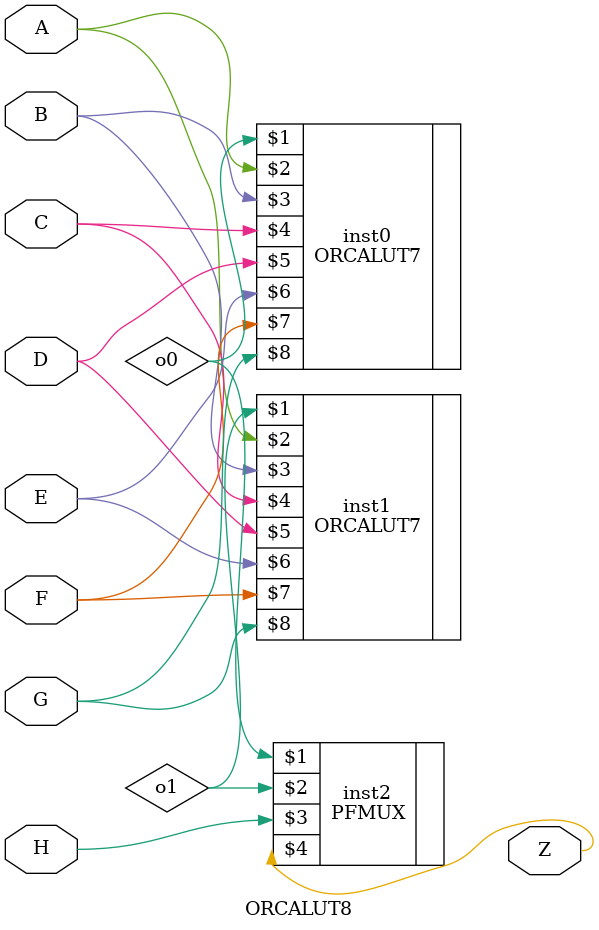
<source format=v>

`celldefine
`timescale 1 ns / 1 ps

module ORCALUT8 (Z, A, B, C, D, E, F, G, H);

parameter  [255:0]init = 256'h0000_0000_0000_0000_0000_0000_0000_0000_0000_0000_0000_0000_0000_0000_0000_0000 ;

input   A, B, C, D, E, F, G, H;
output  Z;

wire o0, o1;

defparam inst0.init = init[127:0];
ORCALUT7 inst0 (o0, A, B, C, D, E, F, G);

defparam inst1.init = init[255:128];
ORCALUT7 inst1 (o1, A, B, C, D, E, F, G);

PFMUX    inst2 (o0, o1, H, Z);


endmodule
`endcelldefine
</source>
